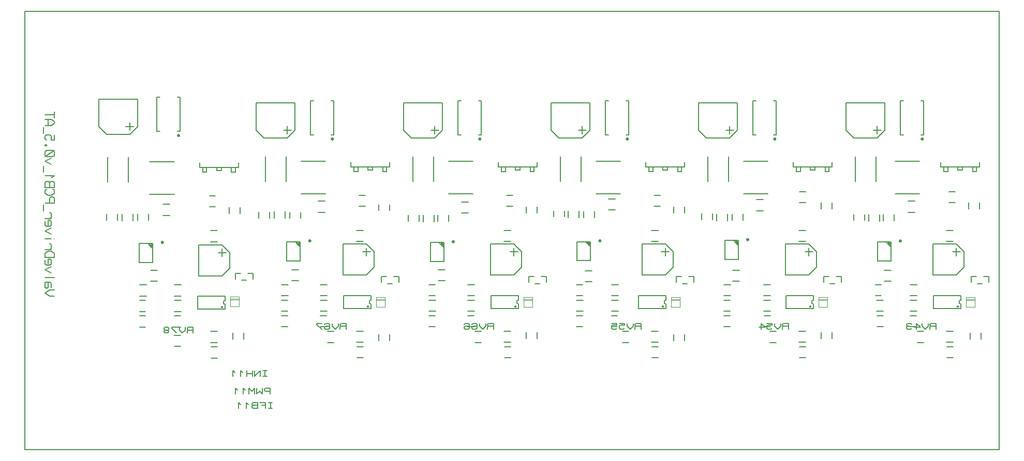
<source format=gbr>
G04 PROTEUS RS274X GERBER FILE*
%FSLAX45Y45*%
%MOMM*%
G01*
%ADD40C,0.203200*%
%ADD43C,0.250000*%
%ADD42C,0.200000*%
%ADD44C,0.101600*%
%ADD45C,0.100000*%
D40*
X-7429500Y-4254500D02*
X+8509000Y-4254500D01*
X+8509000Y+2921000D01*
X-7429500Y+2921000D01*
X-7429500Y-4254500D01*
X+8051800Y-1424940D02*
X+8140700Y-1424940D01*
X+8158480Y-1536700D02*
X+8229600Y-1536700D01*
X+8051800Y-1424940D02*
X+8051800Y-1516380D01*
X+8341360Y-1518920D02*
X+8341360Y-1424940D01*
X+8255000Y-1424940D01*
X+8191500Y+452120D02*
X+8191500Y+375920D01*
X+7556500Y+375920D01*
X+7556500Y+452120D01*
X+7912100Y+375920D02*
X+7912100Y+325120D01*
X+7835900Y+325120D01*
X+7835900Y+375920D01*
X+8140700Y+375920D02*
X+8140700Y+299720D01*
X+8077200Y+299720D01*
X+8077200Y+375920D01*
X+7607300Y+375920D02*
X+7607300Y+299720D01*
X+7670800Y+299720D01*
X+7670800Y+375920D02*
X+7670800Y+299720D01*
X+5638800Y-1424940D02*
X+5727700Y-1424940D01*
X+5745480Y-1536700D02*
X+5816600Y-1536700D01*
X+5638800Y-1424940D02*
X+5638800Y-1516380D01*
X+5928360Y-1518920D02*
X+5928360Y-1424940D01*
X+5842000Y-1424940D01*
X+5778500Y+452120D02*
X+5778500Y+375920D01*
X+5143500Y+375920D01*
X+5143500Y+452120D01*
X+5499100Y+375920D02*
X+5499100Y+325120D01*
X+5422900Y+325120D01*
X+5422900Y+375920D01*
X+5727700Y+375920D02*
X+5727700Y+299720D01*
X+5664200Y+299720D01*
X+5664200Y+375920D01*
X+5194300Y+375920D02*
X+5194300Y+299720D01*
X+5257800Y+299720D01*
X+5257800Y+375920D02*
X+5257800Y+299720D01*
X+3225800Y-1424940D02*
X+3314700Y-1424940D01*
X+3332480Y-1536700D02*
X+3403600Y-1536700D01*
X+3225800Y-1424940D02*
X+3225800Y-1516380D01*
X+3515360Y-1518920D02*
X+3515360Y-1424940D01*
X+3429000Y-1424940D01*
X+3365500Y+452120D02*
X+3365500Y+375920D01*
X+2730500Y+375920D01*
X+2730500Y+452120D01*
X+3086100Y+375920D02*
X+3086100Y+325120D01*
X+3009900Y+325120D01*
X+3009900Y+375920D01*
X+3314700Y+375920D02*
X+3314700Y+299720D01*
X+3251200Y+299720D01*
X+3251200Y+375920D01*
X+2781300Y+375920D02*
X+2781300Y+299720D01*
X+2844800Y+299720D01*
X+2844800Y+375920D02*
X+2844800Y+299720D01*
X+812800Y-1424940D02*
X+901700Y-1424940D01*
X+919480Y-1536700D02*
X+990600Y-1536700D01*
X+812800Y-1424940D02*
X+812800Y-1516380D01*
X+1102360Y-1518920D02*
X+1102360Y-1424940D01*
X+1016000Y-1424940D01*
X+952500Y+452120D02*
X+952500Y+375920D01*
X+317500Y+375920D01*
X+317500Y+452120D01*
X+673100Y+375920D02*
X+673100Y+325120D01*
X+596900Y+325120D01*
X+596900Y+375920D01*
X+901700Y+375920D02*
X+901700Y+299720D01*
X+838200Y+299720D01*
X+838200Y+375920D01*
X+368300Y+375920D02*
X+368300Y+299720D01*
X+431800Y+299720D01*
X+431800Y+375920D02*
X+431800Y+299720D01*
X-1600200Y-1424940D02*
X-1511300Y-1424940D01*
X-1493520Y-1536700D02*
X-1422400Y-1536700D01*
X-1600200Y-1424940D02*
X-1600200Y-1516380D01*
X-1310640Y-1518920D02*
X-1310640Y-1424940D01*
X-1397000Y-1424940D01*
X-1460500Y+452120D02*
X-1460500Y+375920D01*
X-2095500Y+375920D01*
X-2095500Y+452120D01*
X-1739900Y+375920D02*
X-1739900Y+325120D01*
X-1816100Y+325120D01*
X-1816100Y+375920D01*
X-1511300Y+375920D02*
X-1511300Y+299720D01*
X-1574800Y+299720D01*
X-1574800Y+375920D01*
X-2044700Y+375920D02*
X-2044700Y+299720D01*
X-1981200Y+299720D01*
X-1981200Y+375920D02*
X-1981200Y+299720D01*
D43*
X+7259100Y+834620D02*
X+7259057Y+835659D01*
X+7258705Y+837738D01*
X+7257968Y+839817D01*
X+7256764Y+841896D01*
X+7254923Y+843946D01*
X+7252844Y+845449D01*
X+7250765Y+846406D01*
X+7248686Y+846945D01*
X+7246607Y+847120D01*
X+7246600Y+847120D01*
X+7234100Y+834620D02*
X+7234143Y+835659D01*
X+7234495Y+837738D01*
X+7235232Y+839817D01*
X+7236436Y+841896D01*
X+7238277Y+843946D01*
X+7240356Y+845449D01*
X+7242435Y+846406D01*
X+7244514Y+846945D01*
X+7246593Y+847120D01*
X+7246600Y+847120D01*
X+7234100Y+834620D02*
X+7234143Y+833581D01*
X+7234495Y+831502D01*
X+7235232Y+829423D01*
X+7236436Y+827344D01*
X+7238277Y+825294D01*
X+7240356Y+823791D01*
X+7242435Y+822834D01*
X+7244514Y+822295D01*
X+7246593Y+822120D01*
X+7246600Y+822120D01*
X+7259100Y+834620D02*
X+7259057Y+833581D01*
X+7258705Y+831502D01*
X+7257968Y+829423D01*
X+7256764Y+827344D01*
X+7254923Y+825294D01*
X+7252844Y+823791D01*
X+7250765Y+822834D01*
X+7248686Y+822295D01*
X+7246607Y+822120D01*
X+7246600Y+822120D01*
D42*
X+7231600Y+899620D02*
X+7276600Y+899620D01*
X+7276600Y+1459620D01*
X+7231600Y+1459620D01*
X+6941600Y+899620D02*
X+6896600Y+899620D01*
X+6896600Y+1459620D01*
X+6941600Y+1459620D01*
D44*
X+7969100Y-1793340D02*
X+8109100Y-1793340D01*
X+7969100Y-1813340D02*
X+8109100Y-1813340D01*
X+7969100Y-1923340D02*
X+8109100Y-1923340D01*
X+8109100Y-1763340D01*
X+7969100Y-1763340D01*
X+7969100Y-1923340D01*
D43*
X+4846100Y+834620D02*
X+4846057Y+835659D01*
X+4845705Y+837738D01*
X+4844968Y+839817D01*
X+4843764Y+841896D01*
X+4841923Y+843946D01*
X+4839844Y+845449D01*
X+4837765Y+846406D01*
X+4835686Y+846945D01*
X+4833607Y+847120D01*
X+4833600Y+847120D01*
X+4821100Y+834620D02*
X+4821143Y+835659D01*
X+4821495Y+837738D01*
X+4822232Y+839817D01*
X+4823436Y+841896D01*
X+4825277Y+843946D01*
X+4827356Y+845449D01*
X+4829435Y+846406D01*
X+4831514Y+846945D01*
X+4833593Y+847120D01*
X+4833600Y+847120D01*
X+4821100Y+834620D02*
X+4821143Y+833581D01*
X+4821495Y+831502D01*
X+4822232Y+829423D01*
X+4823436Y+827344D01*
X+4825277Y+825294D01*
X+4827356Y+823791D01*
X+4829435Y+822834D01*
X+4831514Y+822295D01*
X+4833593Y+822120D01*
X+4833600Y+822120D01*
X+4846100Y+834620D02*
X+4846057Y+833581D01*
X+4845705Y+831502D01*
X+4844968Y+829423D01*
X+4843764Y+827344D01*
X+4841923Y+825294D01*
X+4839844Y+823791D01*
X+4837765Y+822834D01*
X+4835686Y+822295D01*
X+4833607Y+822120D01*
X+4833600Y+822120D01*
D42*
X+4818600Y+899620D02*
X+4863600Y+899620D01*
X+4863600Y+1459620D01*
X+4818600Y+1459620D01*
X+4528600Y+899620D02*
X+4483600Y+899620D01*
X+4483600Y+1459620D01*
X+4528600Y+1459620D01*
D44*
X+5556100Y-1793340D02*
X+5696100Y-1793340D01*
X+5556100Y-1813340D02*
X+5696100Y-1813340D01*
X+5556100Y-1923340D02*
X+5696100Y-1923340D01*
X+5696100Y-1763340D01*
X+5556100Y-1763340D01*
X+5556100Y-1923340D01*
D43*
X+2433100Y+834620D02*
X+2433057Y+835659D01*
X+2432705Y+837738D01*
X+2431968Y+839817D01*
X+2430764Y+841896D01*
X+2428923Y+843946D01*
X+2426844Y+845449D01*
X+2424765Y+846406D01*
X+2422686Y+846945D01*
X+2420607Y+847120D01*
X+2420600Y+847120D01*
X+2408100Y+834620D02*
X+2408143Y+835659D01*
X+2408495Y+837738D01*
X+2409232Y+839817D01*
X+2410436Y+841896D01*
X+2412277Y+843946D01*
X+2414356Y+845449D01*
X+2416435Y+846406D01*
X+2418514Y+846945D01*
X+2420593Y+847120D01*
X+2420600Y+847120D01*
X+2408100Y+834620D02*
X+2408143Y+833581D01*
X+2408495Y+831502D01*
X+2409232Y+829423D01*
X+2410436Y+827344D01*
X+2412277Y+825294D01*
X+2414356Y+823791D01*
X+2416435Y+822834D01*
X+2418514Y+822295D01*
X+2420593Y+822120D01*
X+2420600Y+822120D01*
X+2433100Y+834620D02*
X+2433057Y+833581D01*
X+2432705Y+831502D01*
X+2431968Y+829423D01*
X+2430764Y+827344D01*
X+2428923Y+825294D01*
X+2426844Y+823791D01*
X+2424765Y+822834D01*
X+2422686Y+822295D01*
X+2420607Y+822120D01*
X+2420600Y+822120D01*
D42*
X+2405600Y+899620D02*
X+2450600Y+899620D01*
X+2450600Y+1459620D01*
X+2405600Y+1459620D01*
X+2115600Y+899620D02*
X+2070600Y+899620D01*
X+2070600Y+1459620D01*
X+2115600Y+1459620D01*
D44*
X+3143100Y-1793340D02*
X+3283100Y-1793340D01*
X+3143100Y-1813340D02*
X+3283100Y-1813340D01*
X+3143100Y-1923340D02*
X+3283100Y-1923340D01*
X+3283100Y-1763340D01*
X+3143100Y-1763340D01*
X+3143100Y-1923340D01*
D43*
X+20100Y+834620D02*
X+20057Y+835659D01*
X+19705Y+837738D01*
X+18968Y+839817D01*
X+17764Y+841896D01*
X+15923Y+843946D01*
X+13844Y+845449D01*
X+11765Y+846406D01*
X+9686Y+846945D01*
X+7607Y+847120D01*
X+7600Y+847120D01*
X-4900Y+834620D02*
X-4857Y+835659D01*
X-4505Y+837738D01*
X-3768Y+839817D01*
X-2564Y+841896D01*
X-723Y+843946D01*
X+1356Y+845449D01*
X+3435Y+846406D01*
X+5514Y+846945D01*
X+7593Y+847120D01*
X+7600Y+847120D01*
X-4900Y+834620D02*
X-4857Y+833581D01*
X-4505Y+831502D01*
X-3768Y+829423D01*
X-2564Y+827344D01*
X-723Y+825294D01*
X+1356Y+823791D01*
X+3435Y+822834D01*
X+5514Y+822295D01*
X+7593Y+822120D01*
X+7600Y+822120D01*
X+20100Y+834620D02*
X+20057Y+833581D01*
X+19705Y+831502D01*
X+18968Y+829423D01*
X+17764Y+827344D01*
X+15923Y+825294D01*
X+13844Y+823791D01*
X+11765Y+822834D01*
X+9686Y+822295D01*
X+7607Y+822120D01*
X+7600Y+822120D01*
D42*
X-7400Y+899620D02*
X+37600Y+899620D01*
X+37600Y+1459620D01*
X-7400Y+1459620D01*
X-297400Y+899620D02*
X-342400Y+899620D01*
X-342400Y+1459620D01*
X-297400Y+1459620D01*
D44*
X+730100Y-1793340D02*
X+870100Y-1793340D01*
X+730100Y-1813340D02*
X+870100Y-1813340D01*
X+730100Y-1923340D02*
X+870100Y-1923340D01*
X+870100Y-1763340D01*
X+730100Y-1763340D01*
X+730100Y-1923340D01*
D43*
X-2392900Y+834620D02*
X-2392943Y+835659D01*
X-2393295Y+837738D01*
X-2394032Y+839817D01*
X-2395236Y+841896D01*
X-2397077Y+843946D01*
X-2399156Y+845449D01*
X-2401235Y+846406D01*
X-2403314Y+846945D01*
X-2405393Y+847120D01*
X-2405400Y+847120D01*
X-2417900Y+834620D02*
X-2417857Y+835659D01*
X-2417505Y+837738D01*
X-2416768Y+839817D01*
X-2415564Y+841896D01*
X-2413723Y+843946D01*
X-2411644Y+845449D01*
X-2409565Y+846406D01*
X-2407486Y+846945D01*
X-2405407Y+847120D01*
X-2405400Y+847120D01*
X-2417900Y+834620D02*
X-2417857Y+833581D01*
X-2417505Y+831502D01*
X-2416768Y+829423D01*
X-2415564Y+827344D01*
X-2413723Y+825294D01*
X-2411644Y+823791D01*
X-2409565Y+822834D01*
X-2407486Y+822295D01*
X-2405407Y+822120D01*
X-2405400Y+822120D01*
X-2392900Y+834620D02*
X-2392943Y+833581D01*
X-2393295Y+831502D01*
X-2394032Y+829423D01*
X-2395236Y+827344D01*
X-2397077Y+825294D01*
X-2399156Y+823791D01*
X-2401235Y+822834D01*
X-2403314Y+822295D01*
X-2405393Y+822120D01*
X-2405400Y+822120D01*
D42*
X-2420400Y+899620D02*
X-2375400Y+899620D01*
X-2375400Y+1459620D01*
X-2420400Y+1459620D01*
X-2710400Y+899620D02*
X-2755400Y+899620D01*
X-2755400Y+1459620D01*
X-2710400Y+1459620D01*
D44*
X-1682900Y-1793340D02*
X-1542900Y-1793340D01*
X-1682900Y-1813340D02*
X-1542900Y-1813340D01*
X-1682900Y-1923340D02*
X-1542900Y-1923340D01*
X-1542900Y-1763340D01*
X-1682900Y-1763340D01*
X-1682900Y-1923340D01*
D42*
X+6805600Y+463120D02*
X+7205600Y+463120D01*
X+6805600Y-66880D02*
X+7205600Y-66880D01*
X+4329100Y+463120D02*
X+4729100Y+463120D01*
X+4329100Y-66880D02*
X+4729100Y-66880D01*
X+1916100Y+463120D02*
X+2316100Y+463120D01*
X+1916100Y-66880D02*
X+2316100Y-66880D01*
X-496900Y+463120D02*
X-96900Y+463120D01*
X-496900Y-66880D02*
X-96900Y-66880D01*
X-2909900Y+463120D02*
X-2509900Y+463120D01*
X-2909900Y-66880D02*
X-2509900Y-66880D01*
D40*
X+6642100Y+978120D02*
X+6515100Y+851120D01*
X+6134100Y+851120D01*
X+6007100Y+978120D01*
X+6007100Y+1422620D01*
X+6642100Y+1422620D01*
X+6642100Y+978120D01*
X+6515100Y+914620D02*
X+6515100Y+1041620D01*
X+6578600Y+978120D02*
X+6451600Y+978120D01*
X+4229100Y+978120D02*
X+4102100Y+851120D01*
X+3721100Y+851120D01*
X+3594100Y+978120D01*
X+3594100Y+1422620D01*
X+4229100Y+1422620D01*
X+4229100Y+978120D01*
X+4102100Y+914620D02*
X+4102100Y+1041620D01*
X+4165600Y+978120D02*
X+4038600Y+978120D01*
X+1816100Y+978120D02*
X+1689100Y+851120D01*
X+1308100Y+851120D01*
X+1181100Y+978120D01*
X+1181100Y+1422620D01*
X+1816100Y+1422620D01*
X+1816100Y+978120D01*
X+1689100Y+914620D02*
X+1689100Y+1041620D01*
X+1752600Y+978120D02*
X+1625600Y+978120D01*
X-596900Y+978120D02*
X-723900Y+851120D01*
X-1104900Y+851120D01*
X-1231900Y+978120D01*
X-1231900Y+1422620D01*
X-596900Y+1422620D01*
X-596900Y+978120D01*
X-723900Y+914620D02*
X-723900Y+1041620D01*
X-660400Y+978120D02*
X-787400Y+978120D01*
X-3009900Y+978120D02*
X-3136900Y+851120D01*
X-3517900Y+851120D01*
X-3644900Y+978120D01*
X-3644900Y+1422620D01*
X-3009900Y+1422620D01*
X-3009900Y+978120D01*
X-3136900Y+914620D02*
X-3136900Y+1041620D01*
X-3073400Y+978120D02*
X-3200400Y+978120D01*
D43*
X+6902800Y-836900D02*
X+6902757Y-835861D01*
X+6902405Y-833782D01*
X+6901668Y-831703D01*
X+6900464Y-829624D01*
X+6898623Y-827574D01*
X+6896544Y-826071D01*
X+6894465Y-825114D01*
X+6892386Y-824575D01*
X+6890307Y-824400D01*
X+6890300Y-824400D01*
X+6877800Y-836900D02*
X+6877843Y-835861D01*
X+6878195Y-833782D01*
X+6878932Y-831703D01*
X+6880136Y-829624D01*
X+6881977Y-827574D01*
X+6884056Y-826071D01*
X+6886135Y-825114D01*
X+6888214Y-824575D01*
X+6890293Y-824400D01*
X+6890300Y-824400D01*
X+6877800Y-836900D02*
X+6877843Y-837939D01*
X+6878195Y-840018D01*
X+6878932Y-842097D01*
X+6880136Y-844176D01*
X+6881977Y-846226D01*
X+6884056Y-847729D01*
X+6886135Y-848686D01*
X+6888214Y-849225D01*
X+6890293Y-849400D01*
X+6890300Y-849400D01*
X+6902800Y-836900D02*
X+6902757Y-837939D01*
X+6902405Y-840018D01*
X+6901668Y-842097D01*
X+6900464Y-844176D01*
X+6898623Y-846226D01*
X+6896544Y-847729D01*
X+6894465Y-848686D01*
X+6892386Y-849225D01*
X+6890307Y-849400D01*
X+6890300Y-849400D01*
D42*
X+6740300Y-1166900D02*
X+6520300Y-1166900D01*
X+6520300Y-856900D01*
X+6740300Y-856900D01*
X+6740300Y-1166900D01*
D45*
X+6740300Y-866900D02*
X+6730300Y-856900D01*
X+6740300Y-876900D02*
X+6720300Y-856900D01*
X+6740300Y-886900D02*
X+6710300Y-856900D01*
X+6740300Y-896900D02*
X+6700300Y-856900D01*
X+6740300Y-906900D02*
X+6690300Y-856900D01*
X+6740300Y-916900D02*
X+6680300Y-856900D01*
X+6740300Y-926900D02*
X+6670300Y-856900D01*
X+6740300Y-936900D02*
X+6660300Y-856900D01*
X+6740300Y-946900D02*
X+6650300Y-856900D01*
D40*
X+7881620Y-1948180D02*
X+7881620Y-1867218D01*
X+7870999Y-1865136D01*
X+7862433Y-1859416D01*
X+7856714Y-1850851D01*
X+7854632Y-1840230D01*
X+7881620Y-1813242D02*
X+7870999Y-1815324D01*
X+7862433Y-1821044D01*
X+7856714Y-1829609D01*
X+7854632Y-1840230D01*
X+7881620Y-1813242D02*
X+7881620Y-1732280D01*
X+7434580Y-1871980D02*
X+7434580Y-1808480D01*
X+7848600Y-1948180D02*
X+7467600Y-1948180D01*
X+7848600Y-1732280D02*
X+7467600Y-1732280D01*
X+7848600Y-1948180D02*
X+7881620Y-1948180D01*
X+7881620Y-1732280D02*
X+7848600Y-1732280D01*
X+7434580Y-1808480D02*
X+7434580Y-1732280D01*
X+7467600Y-1732280D01*
X+7467600Y-1948180D02*
X+7434580Y-1948180D01*
X+7434580Y-1871980D01*
X+7842504Y-1912620D02*
X+7842469Y-1911775D01*
X+7842182Y-1910084D01*
X+7841583Y-1908393D01*
X+7840603Y-1906702D01*
X+7839103Y-1905034D01*
X+7837412Y-1903814D01*
X+7835721Y-1903038D01*
X+7834030Y-1902601D01*
X+7832344Y-1902460D01*
X+7822184Y-1912620D02*
X+7822219Y-1911775D01*
X+7822506Y-1910084D01*
X+7823105Y-1908393D01*
X+7824085Y-1906702D01*
X+7825585Y-1905034D01*
X+7827276Y-1903814D01*
X+7828967Y-1903038D01*
X+7830658Y-1902601D01*
X+7832344Y-1902460D01*
X+7822184Y-1912620D02*
X+7822219Y-1913465D01*
X+7822506Y-1915156D01*
X+7823105Y-1916847D01*
X+7824085Y-1918538D01*
X+7825585Y-1920206D01*
X+7827276Y-1921426D01*
X+7828967Y-1922202D01*
X+7830658Y-1922639D01*
X+7832344Y-1922780D01*
X+7842504Y-1912620D02*
X+7842469Y-1913465D01*
X+7842182Y-1915156D01*
X+7841583Y-1916847D01*
X+7840603Y-1918538D01*
X+7839103Y-1920206D01*
X+7837412Y-1921426D01*
X+7835721Y-1922202D01*
X+7834030Y-1922639D01*
X+7832344Y-1922780D01*
D43*
X+4405450Y-813350D02*
X+4405407Y-812311D01*
X+4405055Y-810232D01*
X+4404318Y-808153D01*
X+4403114Y-806074D01*
X+4401273Y-804024D01*
X+4399194Y-802521D01*
X+4397115Y-801564D01*
X+4395036Y-801025D01*
X+4392957Y-800850D01*
X+4392950Y-800850D01*
X+4380450Y-813350D02*
X+4380493Y-812311D01*
X+4380845Y-810232D01*
X+4381582Y-808153D01*
X+4382786Y-806074D01*
X+4384627Y-804024D01*
X+4386706Y-802521D01*
X+4388785Y-801564D01*
X+4390864Y-801025D01*
X+4392943Y-800850D01*
X+4392950Y-800850D01*
X+4380450Y-813350D02*
X+4380493Y-814389D01*
X+4380845Y-816468D01*
X+4381582Y-818547D01*
X+4382786Y-820626D01*
X+4384627Y-822676D01*
X+4386706Y-824179D01*
X+4388785Y-825136D01*
X+4390864Y-825675D01*
X+4392943Y-825850D01*
X+4392950Y-825850D01*
X+4405450Y-813350D02*
X+4405407Y-814389D01*
X+4405055Y-816468D01*
X+4404318Y-818547D01*
X+4403114Y-820626D01*
X+4401273Y-822676D01*
X+4399194Y-824179D01*
X+4397115Y-825136D01*
X+4395036Y-825675D01*
X+4392957Y-825850D01*
X+4392950Y-825850D01*
D42*
X+4242950Y-1143350D02*
X+4022950Y-1143350D01*
X+4022950Y-833350D01*
X+4242950Y-833350D01*
X+4242950Y-1143350D01*
D45*
X+4242950Y-843350D02*
X+4232950Y-833350D01*
X+4242950Y-853350D02*
X+4222950Y-833350D01*
X+4242950Y-863350D02*
X+4212950Y-833350D01*
X+4242950Y-873350D02*
X+4202950Y-833350D01*
X+4242950Y-883350D02*
X+4192950Y-833350D01*
X+4242950Y-893350D02*
X+4182950Y-833350D01*
X+4242950Y-903350D02*
X+4172950Y-833350D01*
X+4242950Y-913350D02*
X+4162950Y-833350D01*
X+4242950Y-923350D02*
X+4152950Y-833350D01*
D40*
X+5468620Y-1948180D02*
X+5468620Y-1867218D01*
X+5457999Y-1865136D01*
X+5449433Y-1859416D01*
X+5443714Y-1850851D01*
X+5441632Y-1840230D01*
X+5468620Y-1813242D02*
X+5457999Y-1815324D01*
X+5449433Y-1821044D01*
X+5443714Y-1829609D01*
X+5441632Y-1840230D01*
X+5468620Y-1813242D02*
X+5468620Y-1732280D01*
X+5021580Y-1871980D02*
X+5021580Y-1808480D01*
X+5435600Y-1948180D02*
X+5054600Y-1948180D01*
X+5435600Y-1732280D02*
X+5054600Y-1732280D01*
X+5435600Y-1948180D02*
X+5468620Y-1948180D01*
X+5468620Y-1732280D02*
X+5435600Y-1732280D01*
X+5021580Y-1808480D02*
X+5021580Y-1732280D01*
X+5054600Y-1732280D01*
X+5054600Y-1948180D02*
X+5021580Y-1948180D01*
X+5021580Y-1871980D01*
X+5429504Y-1912620D02*
X+5429469Y-1911775D01*
X+5429182Y-1910084D01*
X+5428583Y-1908393D01*
X+5427603Y-1906702D01*
X+5426103Y-1905034D01*
X+5424412Y-1903814D01*
X+5422721Y-1903038D01*
X+5421030Y-1902601D01*
X+5419344Y-1902460D01*
X+5409184Y-1912620D02*
X+5409219Y-1911775D01*
X+5409506Y-1910084D01*
X+5410105Y-1908393D01*
X+5411085Y-1906702D01*
X+5412585Y-1905034D01*
X+5414276Y-1903814D01*
X+5415967Y-1903038D01*
X+5417658Y-1902601D01*
X+5419344Y-1902460D01*
X+5409184Y-1912620D02*
X+5409219Y-1913465D01*
X+5409506Y-1915156D01*
X+5410105Y-1916847D01*
X+5411085Y-1918538D01*
X+5412585Y-1920206D01*
X+5414276Y-1921426D01*
X+5415967Y-1922202D01*
X+5417658Y-1922639D01*
X+5419344Y-1922780D01*
X+5429504Y-1912620D02*
X+5429469Y-1913465D01*
X+5429182Y-1915156D01*
X+5428583Y-1916847D01*
X+5427603Y-1918538D01*
X+5426103Y-1920206D01*
X+5424412Y-1921426D01*
X+5422721Y-1922202D01*
X+5421030Y-1922639D01*
X+5419344Y-1922780D01*
D43*
X+1986100Y-832400D02*
X+1986057Y-831361D01*
X+1985705Y-829282D01*
X+1984968Y-827203D01*
X+1983764Y-825124D01*
X+1981923Y-823074D01*
X+1979844Y-821571D01*
X+1977765Y-820614D01*
X+1975686Y-820075D01*
X+1973607Y-819900D01*
X+1973600Y-819900D01*
X+1961100Y-832400D02*
X+1961143Y-831361D01*
X+1961495Y-829282D01*
X+1962232Y-827203D01*
X+1963436Y-825124D01*
X+1965277Y-823074D01*
X+1967356Y-821571D01*
X+1969435Y-820614D01*
X+1971514Y-820075D01*
X+1973593Y-819900D01*
X+1973600Y-819900D01*
X+1961100Y-832400D02*
X+1961143Y-833439D01*
X+1961495Y-835518D01*
X+1962232Y-837597D01*
X+1963436Y-839676D01*
X+1965277Y-841726D01*
X+1967356Y-843229D01*
X+1969435Y-844186D01*
X+1971514Y-844725D01*
X+1973593Y-844900D01*
X+1973600Y-844900D01*
X+1986100Y-832400D02*
X+1986057Y-833439D01*
X+1985705Y-835518D01*
X+1984968Y-837597D01*
X+1983764Y-839676D01*
X+1981923Y-841726D01*
X+1979844Y-843229D01*
X+1977765Y-844186D01*
X+1975686Y-844725D01*
X+1973607Y-844900D01*
X+1973600Y-844900D01*
D42*
X+1823600Y-1162400D02*
X+1603600Y-1162400D01*
X+1603600Y-852400D01*
X+1823600Y-852400D01*
X+1823600Y-1162400D01*
D45*
X+1823600Y-862400D02*
X+1813600Y-852400D01*
X+1823600Y-872400D02*
X+1803600Y-852400D01*
X+1823600Y-882400D02*
X+1793600Y-852400D01*
X+1823600Y-892400D02*
X+1783600Y-852400D01*
X+1823600Y-902400D02*
X+1773600Y-852400D01*
X+1823600Y-912400D02*
X+1763600Y-852400D01*
X+1823600Y-922400D02*
X+1753600Y-852400D01*
X+1823600Y-932400D02*
X+1743600Y-852400D01*
X+1823600Y-942400D02*
X+1733600Y-852400D01*
D40*
X+3055620Y-1948180D02*
X+3055620Y-1867218D01*
X+3044999Y-1865136D01*
X+3036433Y-1859416D01*
X+3030714Y-1850851D01*
X+3028632Y-1840230D01*
X+3055620Y-1813242D02*
X+3044999Y-1815324D01*
X+3036433Y-1821044D01*
X+3030714Y-1829609D01*
X+3028632Y-1840230D01*
X+3055620Y-1813242D02*
X+3055620Y-1732280D01*
X+2608580Y-1871980D02*
X+2608580Y-1808480D01*
X+3022600Y-1948180D02*
X+2641600Y-1948180D01*
X+3022600Y-1732280D02*
X+2641600Y-1732280D01*
X+3022600Y-1948180D02*
X+3055620Y-1948180D01*
X+3055620Y-1732280D02*
X+3022600Y-1732280D01*
X+2608580Y-1808480D02*
X+2608580Y-1732280D01*
X+2641600Y-1732280D01*
X+2641600Y-1948180D02*
X+2608580Y-1948180D01*
X+2608580Y-1871980D01*
X+3016504Y-1912620D02*
X+3016469Y-1911775D01*
X+3016182Y-1910084D01*
X+3015583Y-1908393D01*
X+3014603Y-1906702D01*
X+3013103Y-1905034D01*
X+3011412Y-1903814D01*
X+3009721Y-1903038D01*
X+3008030Y-1902601D01*
X+3006344Y-1902460D01*
X+2996184Y-1912620D02*
X+2996219Y-1911775D01*
X+2996506Y-1910084D01*
X+2997105Y-1908393D01*
X+2998085Y-1906702D01*
X+2999585Y-1905034D01*
X+3001276Y-1903814D01*
X+3002967Y-1903038D01*
X+3004658Y-1902601D01*
X+3006344Y-1902460D01*
X+2996184Y-1912620D02*
X+2996219Y-1913465D01*
X+2996506Y-1915156D01*
X+2997105Y-1916847D01*
X+2998085Y-1918538D01*
X+2999585Y-1920206D01*
X+3001276Y-1921426D01*
X+3002967Y-1922202D01*
X+3004658Y-1922639D01*
X+3006344Y-1922780D01*
X+3016504Y-1912620D02*
X+3016469Y-1913465D01*
X+3016182Y-1915156D01*
X+3015583Y-1916847D01*
X+3014603Y-1918538D01*
X+3013103Y-1920206D01*
X+3011412Y-1921426D01*
X+3009721Y-1922202D01*
X+3008030Y-1922639D01*
X+3006344Y-1922780D01*
D43*
X-412400Y-846600D02*
X-412443Y-845561D01*
X-412795Y-843482D01*
X-413532Y-841403D01*
X-414736Y-839324D01*
X-416577Y-837274D01*
X-418656Y-835771D01*
X-420735Y-834814D01*
X-422814Y-834275D01*
X-424893Y-834100D01*
X-424900Y-834100D01*
X-437400Y-846600D02*
X-437357Y-845561D01*
X-437005Y-843482D01*
X-436268Y-841403D01*
X-435064Y-839324D01*
X-433223Y-837274D01*
X-431144Y-835771D01*
X-429065Y-834814D01*
X-426986Y-834275D01*
X-424907Y-834100D01*
X-424900Y-834100D01*
X-437400Y-846600D02*
X-437357Y-847639D01*
X-437005Y-849718D01*
X-436268Y-851797D01*
X-435064Y-853876D01*
X-433223Y-855926D01*
X-431144Y-857429D01*
X-429065Y-858386D01*
X-426986Y-858925D01*
X-424907Y-859100D01*
X-424900Y-859100D01*
X-412400Y-846600D02*
X-412443Y-847639D01*
X-412795Y-849718D01*
X-413532Y-851797D01*
X-414736Y-853876D01*
X-416577Y-855926D01*
X-418656Y-857429D01*
X-420735Y-858386D01*
X-422814Y-858925D01*
X-424893Y-859100D01*
X-424900Y-859100D01*
D42*
X-574900Y-1176600D02*
X-794900Y-1176600D01*
X-794900Y-866600D01*
X-574900Y-866600D01*
X-574900Y-1176600D01*
D45*
X-574900Y-876600D02*
X-584900Y-866600D01*
X-574900Y-886600D02*
X-594900Y-866600D01*
X-574900Y-896600D02*
X-604900Y-866600D01*
X-574900Y-906600D02*
X-614900Y-866600D01*
X-574900Y-916600D02*
X-624900Y-866600D01*
X-574900Y-926600D02*
X-634900Y-866600D01*
X-574900Y-936600D02*
X-644900Y-866600D01*
X-574900Y-946600D02*
X-654900Y-866600D01*
X-574900Y-956600D02*
X-664900Y-866600D01*
D40*
X+642620Y-1948180D02*
X+642620Y-1867218D01*
X+631999Y-1865136D01*
X+623433Y-1859416D01*
X+617714Y-1850851D01*
X+615632Y-1840230D01*
X+642620Y-1813242D02*
X+631999Y-1815324D01*
X+623433Y-1821044D01*
X+617714Y-1829609D01*
X+615632Y-1840230D01*
X+642620Y-1813242D02*
X+642620Y-1732280D01*
X+195580Y-1871980D02*
X+195580Y-1808480D01*
X+609600Y-1948180D02*
X+228600Y-1948180D01*
X+609600Y-1732280D02*
X+228600Y-1732280D01*
X+609600Y-1948180D02*
X+642620Y-1948180D01*
X+642620Y-1732280D02*
X+609600Y-1732280D01*
X+195580Y-1808480D02*
X+195580Y-1732280D01*
X+228600Y-1732280D01*
X+228600Y-1948180D02*
X+195580Y-1948180D01*
X+195580Y-1871980D01*
X+603504Y-1912620D02*
X+603469Y-1911775D01*
X+603182Y-1910084D01*
X+602583Y-1908393D01*
X+601603Y-1906702D01*
X+600103Y-1905034D01*
X+598412Y-1903814D01*
X+596721Y-1903038D01*
X+595030Y-1902601D01*
X+593344Y-1902460D01*
X+583184Y-1912620D02*
X+583219Y-1911775D01*
X+583506Y-1910084D01*
X+584105Y-1908393D01*
X+585085Y-1906702D01*
X+586585Y-1905034D01*
X+588276Y-1903814D01*
X+589967Y-1903038D01*
X+591658Y-1902601D01*
X+593344Y-1902460D01*
X+583184Y-1912620D02*
X+583219Y-1913465D01*
X+583506Y-1915156D01*
X+584105Y-1916847D01*
X+585085Y-1918538D01*
X+586585Y-1920206D01*
X+588276Y-1921426D01*
X+589967Y-1922202D01*
X+591658Y-1922639D01*
X+593344Y-1922780D01*
X+603504Y-1912620D02*
X+603469Y-1913465D01*
X+603182Y-1915156D01*
X+602583Y-1916847D01*
X+601603Y-1918538D01*
X+600103Y-1920206D01*
X+598412Y-1921426D01*
X+596721Y-1922202D01*
X+595030Y-1922639D01*
X+593344Y-1922780D01*
D43*
X-2761900Y-833900D02*
X-2761943Y-832861D01*
X-2762295Y-830782D01*
X-2763032Y-828703D01*
X-2764236Y-826624D01*
X-2766077Y-824574D01*
X-2768156Y-823071D01*
X-2770235Y-822114D01*
X-2772314Y-821575D01*
X-2774393Y-821400D01*
X-2774400Y-821400D01*
X-2786900Y-833900D02*
X-2786857Y-832861D01*
X-2786505Y-830782D01*
X-2785768Y-828703D01*
X-2784564Y-826624D01*
X-2782723Y-824574D01*
X-2780644Y-823071D01*
X-2778565Y-822114D01*
X-2776486Y-821575D01*
X-2774407Y-821400D01*
X-2774400Y-821400D01*
X-2786900Y-833900D02*
X-2786857Y-834939D01*
X-2786505Y-837018D01*
X-2785768Y-839097D01*
X-2784564Y-841176D01*
X-2782723Y-843226D01*
X-2780644Y-844729D01*
X-2778565Y-845686D01*
X-2776486Y-846225D01*
X-2774407Y-846400D01*
X-2774400Y-846400D01*
X-2761900Y-833900D02*
X-2761943Y-834939D01*
X-2762295Y-837018D01*
X-2763032Y-839097D01*
X-2764236Y-841176D01*
X-2766077Y-843226D01*
X-2768156Y-844729D01*
X-2770235Y-845686D01*
X-2772314Y-846225D01*
X-2774393Y-846400D01*
X-2774400Y-846400D01*
D42*
X-2924400Y-1163900D02*
X-3144400Y-1163900D01*
X-3144400Y-853900D01*
X-2924400Y-853900D01*
X-2924400Y-1163900D01*
D45*
X-2924400Y-863900D02*
X-2934400Y-853900D01*
X-2924400Y-873900D02*
X-2944400Y-853900D01*
X-2924400Y-883900D02*
X-2954400Y-853900D01*
X-2924400Y-893900D02*
X-2964400Y-853900D01*
X-2924400Y-903900D02*
X-2974400Y-853900D01*
X-2924400Y-913900D02*
X-2984400Y-853900D01*
X-2924400Y-923900D02*
X-2994400Y-853900D01*
X-2924400Y-933900D02*
X-3004400Y-853900D01*
X-2924400Y-943900D02*
X-3014400Y-853900D01*
D40*
X-1770380Y-1948180D02*
X-1770380Y-1867218D01*
X-1781001Y-1865136D01*
X-1789567Y-1859416D01*
X-1795286Y-1850851D01*
X-1797368Y-1840230D01*
X-1770380Y-1813242D02*
X-1781001Y-1815324D01*
X-1789567Y-1821044D01*
X-1795286Y-1829609D01*
X-1797368Y-1840230D01*
X-1770380Y-1813242D02*
X-1770380Y-1732280D01*
X-2217420Y-1871980D02*
X-2217420Y-1808480D01*
X-1803400Y-1948180D02*
X-2184400Y-1948180D01*
X-1803400Y-1732280D02*
X-2184400Y-1732280D01*
X-1803400Y-1948180D02*
X-1770380Y-1948180D01*
X-1770380Y-1732280D02*
X-1803400Y-1732280D01*
X-2217420Y-1808480D02*
X-2217420Y-1732280D01*
X-2184400Y-1732280D01*
X-2184400Y-1948180D02*
X-2217420Y-1948180D01*
X-2217420Y-1871980D01*
X-1809496Y-1912620D02*
X-1809531Y-1911775D01*
X-1809818Y-1910084D01*
X-1810417Y-1908393D01*
X-1811397Y-1906702D01*
X-1812897Y-1905034D01*
X-1814588Y-1903814D01*
X-1816279Y-1903038D01*
X-1817970Y-1902601D01*
X-1819656Y-1902460D01*
X-1829816Y-1912620D02*
X-1829781Y-1911775D01*
X-1829494Y-1910084D01*
X-1828895Y-1908393D01*
X-1827915Y-1906702D01*
X-1826415Y-1905034D01*
X-1824724Y-1903814D01*
X-1823033Y-1903038D01*
X-1821342Y-1902601D01*
X-1819656Y-1902460D01*
X-1829816Y-1912620D02*
X-1829781Y-1913465D01*
X-1829494Y-1915156D01*
X-1828895Y-1916847D01*
X-1827915Y-1918538D01*
X-1826415Y-1920206D01*
X-1824724Y-1921426D01*
X-1823033Y-1922202D01*
X-1821342Y-1922639D01*
X-1819656Y-1922780D01*
X-1809496Y-1912620D02*
X-1809531Y-1913465D01*
X-1809818Y-1915156D01*
X-1810417Y-1916847D01*
X-1811397Y-1918538D01*
X-1812897Y-1920206D01*
X-1814588Y-1921426D01*
X-1816279Y-1922202D01*
X-1817970Y-1922639D01*
X-1819656Y-1922780D01*
D42*
X-3157400Y+542620D02*
X-3157400Y+132620D01*
X-3497400Y+542620D02*
X-3497400Y+132620D01*
X+6494600Y+542620D02*
X+6494600Y+132620D01*
X+6154600Y+542620D02*
X+6154600Y+132620D01*
X+1668600Y+542620D02*
X+1668600Y+132620D01*
X+1328600Y+542620D02*
X+1328600Y+132620D01*
X+4081600Y+542620D02*
X+4081600Y+132620D01*
X+3741600Y+542620D02*
X+3741600Y+132620D01*
X-744400Y+542620D02*
X-744400Y+132620D01*
X-1084400Y+542620D02*
X-1084400Y+132620D01*
D40*
X+7810500Y-889000D02*
X+7937500Y-1016000D01*
X+7937500Y-1270000D01*
X+7810500Y-1397000D01*
X+7429500Y-1397000D01*
X+7429500Y-889000D01*
X+7810500Y-889000D01*
X+7874000Y-1016000D02*
X+7747000Y-1016000D01*
X+7810500Y-952500D02*
X+7810500Y-1079500D01*
D42*
X+7753600Y-844380D02*
X+7643600Y-844380D01*
X+7753600Y-664380D02*
X+7643600Y-664380D01*
D40*
X+5397500Y-889000D02*
X+5524500Y-1016000D01*
X+5524500Y-1270000D01*
X+5397500Y-1397000D01*
X+5016500Y-1397000D01*
X+5016500Y-889000D01*
X+5397500Y-889000D01*
X+5461000Y-1016000D02*
X+5334000Y-1016000D01*
X+5397500Y-952500D02*
X+5397500Y-1079500D01*
D42*
X+5340600Y-844380D02*
X+5230600Y-844380D01*
X+5340600Y-664380D02*
X+5230600Y-664380D01*
D40*
X+3048000Y-889000D02*
X+3175000Y-1016000D01*
X+3175000Y-1270000D01*
X+3048000Y-1397000D01*
X+2667000Y-1397000D01*
X+2667000Y-889000D01*
X+3048000Y-889000D01*
X+3111500Y-1016000D02*
X+2984500Y-1016000D01*
X+3048000Y-952500D02*
X+3048000Y-1079500D01*
D42*
X+2927600Y-844380D02*
X+2817600Y-844380D01*
X+2927600Y-664380D02*
X+2817600Y-664380D01*
D40*
X+571500Y-889000D02*
X+698500Y-1016000D01*
X+698500Y-1270000D01*
X+571500Y-1397000D01*
X+190500Y-1397000D01*
X+190500Y-889000D01*
X+571500Y-889000D01*
X+635000Y-1016000D02*
X+508000Y-1016000D01*
X+571500Y-952500D02*
X+571500Y-1079500D01*
D42*
X+514600Y-844380D02*
X+404600Y-844380D01*
X+514600Y-664380D02*
X+404600Y-664380D01*
D40*
X-1841500Y-889000D02*
X-1714500Y-1016000D01*
X-1714500Y-1270000D01*
X-1841500Y-1397000D01*
X-2222500Y-1397000D01*
X-2222500Y-889000D01*
X-1841500Y-889000D01*
X-1778000Y-1016000D02*
X-1905000Y-1016000D01*
X-1841500Y-952500D02*
X-1841500Y-1079500D01*
D42*
X-1898400Y-844380D02*
X-2008400Y-844380D01*
X-1898400Y-664380D02*
X-2008400Y-664380D01*
X+6610600Y-2241380D02*
X+6510600Y-2241380D01*
X+6610600Y-2061380D02*
X+6510600Y-2061380D01*
X+6583100Y-1733380D02*
X+6483100Y-1733380D01*
X+6583100Y-1553380D02*
X+6483100Y-1553380D01*
X+6615600Y-504880D02*
X+6615600Y-404880D01*
X+6795600Y-504880D02*
X+6795600Y-404880D01*
X+6133000Y-501900D02*
X+6133000Y-401900D01*
X+6313000Y-501900D02*
X+6313000Y-401900D01*
X+7154600Y-2241380D02*
X+7054600Y-2241380D01*
X+7154600Y-2061380D02*
X+7054600Y-2061380D01*
X+8218000Y-2345000D02*
X+8218000Y-2445000D01*
X+8038000Y-2345000D02*
X+8038000Y-2445000D01*
X+7753600Y-2495380D02*
X+7643600Y-2495380D01*
X+7753600Y-2315380D02*
X+7643600Y-2315380D01*
X+7126500Y-369400D02*
X+7016500Y-369400D01*
X+7126500Y-189400D02*
X+7016500Y-189400D01*
X+8192600Y-214380D02*
X+8192600Y-314380D01*
X+8012600Y-214380D02*
X+8012600Y-314380D01*
X+7689600Y-29380D02*
X+7789600Y-29380D01*
X+7689600Y-209380D02*
X+7789600Y-209380D01*
X+7753600Y-2749380D02*
X+7653600Y-2749380D01*
X+7753600Y-2569380D02*
X+7653600Y-2569380D01*
X+6554300Y-404880D02*
X+6554300Y-514880D01*
X+6374300Y-404880D02*
X+6374300Y-514880D01*
X+6737600Y-1499700D02*
X+6627600Y-1499700D01*
X+6737600Y-1319700D02*
X+6627600Y-1319700D01*
X+7164600Y-1733380D02*
X+7054600Y-1733380D01*
X+7164600Y-1553380D02*
X+7054600Y-1553380D01*
X+7164600Y-1987380D02*
X+7054600Y-1987380D01*
X+7164600Y-1807380D02*
X+7054600Y-1807380D01*
X+6610600Y-1987380D02*
X+6500600Y-1987380D01*
X+6610600Y-1807380D02*
X+6500600Y-1807380D01*
X+4769100Y-1987380D02*
X+4659100Y-1987380D01*
X+4769100Y-1807380D02*
X+4659100Y-1807380D01*
X+4256300Y-1499700D02*
X+4146300Y-1499700D01*
X+4256300Y-1319700D02*
X+4146300Y-1319700D01*
X+4116600Y-1733380D02*
X+4006600Y-1733380D01*
X+4116600Y-1553380D02*
X+4006600Y-1553380D01*
X+4065100Y-399800D02*
X+4065100Y-509800D01*
X+3885100Y-399800D02*
X+3885100Y-509800D01*
X+4769100Y-1733380D02*
X+4659100Y-1733380D01*
X+4769100Y-1553380D02*
X+4659100Y-1553380D01*
X+5340600Y-2495380D02*
X+5230600Y-2495380D01*
X+5340600Y-2315380D02*
X+5230600Y-2315380D01*
X+5340600Y-2749380D02*
X+5240600Y-2749380D01*
X+5340600Y-2569380D02*
X+5240600Y-2569380D01*
X+5779600Y-2337380D02*
X+5779600Y-2437380D01*
X+5599600Y-2337380D02*
X+5599600Y-2437380D01*
X+5779600Y-214380D02*
X+5779600Y-314380D01*
X+5599600Y-214380D02*
X+5599600Y-314380D01*
X+5240600Y-29380D02*
X+5340600Y-29380D01*
X+5240600Y-209380D02*
X+5340600Y-209380D01*
X+2927600Y-2749380D02*
X+2827600Y-2749380D01*
X+2927600Y-2569380D02*
X+2827600Y-2569380D01*
X+3366600Y-2373380D02*
X+3366600Y-2473380D01*
X+3186600Y-2373380D02*
X+3186600Y-2473380D01*
X+3366600Y-277880D02*
X+3366600Y-377880D01*
X+3186600Y-277880D02*
X+3186600Y-377880D01*
X+2863600Y-92880D02*
X+2963600Y-92880D01*
X+2863600Y-272880D02*
X+2963600Y-272880D01*
X+4139100Y-499800D02*
X+4139100Y-399800D01*
X+4319100Y-499800D02*
X+4319100Y-399800D01*
X+3643800Y-487100D02*
X+3643800Y-387100D01*
X+3823800Y-487100D02*
X+3823800Y-387100D01*
X+4650000Y-344000D02*
X+4540000Y-344000D01*
X+4650000Y-164000D02*
X+4540000Y-164000D01*
X+4106600Y-2241380D02*
X+4006600Y-2241380D01*
X+4106600Y-2061380D02*
X+4006600Y-2061380D01*
X+4106600Y-1987380D02*
X+4006600Y-1987380D01*
X+4106600Y-1807380D02*
X+4006600Y-1807380D01*
X+4769100Y-2241380D02*
X+4669100Y-2241380D01*
X+4769100Y-2061380D02*
X+4669100Y-2061380D01*
X+2927600Y-2495380D02*
X+2817600Y-2495380D01*
X+2927600Y-2315380D02*
X+2817600Y-2315380D01*
X+1218100Y-443480D02*
X+1218100Y-343480D01*
X+1398100Y-443480D02*
X+1398100Y-343480D01*
X+1708600Y-456180D02*
X+1708600Y-356180D01*
X+1888600Y-456180D02*
X+1888600Y-356180D01*
X-674200Y-517580D02*
X-674200Y-417580D01*
X-494200Y-517580D02*
X-494200Y-417580D01*
X-1156800Y-517580D02*
X-1156800Y-417580D01*
X-976800Y-517580D02*
X-976800Y-417580D01*
X+1639400Y-346180D02*
X+1639400Y-456180D01*
X+1459400Y-346180D02*
X+1459400Y-456180D01*
X-734450Y-418630D02*
X-734450Y-528630D01*
X-914450Y-418630D02*
X-914450Y-528630D01*
X+1843300Y-1504780D02*
X+1733300Y-1504780D01*
X+1843300Y-1324780D02*
X+1733300Y-1324780D01*
X-557000Y-1492080D02*
X-667000Y-1492080D01*
X-557000Y-1312080D02*
X-667000Y-1312080D01*
X+2231920Y-331300D02*
X+2121920Y-331300D01*
X+2231920Y-151300D02*
X+2121920Y-151300D01*
X-176280Y-382100D02*
X-286280Y-382100D01*
X-176280Y-202100D02*
X-286280Y-202100D01*
X-3099900Y-468880D02*
X-3099900Y-368880D01*
X-2919900Y-468880D02*
X-2919900Y-368880D01*
X-3607900Y-463800D02*
X-3607900Y-363800D01*
X-3427900Y-463800D02*
X-3427900Y-363800D01*
X-2525500Y-369400D02*
X-2635500Y-369400D01*
X-2525500Y-189400D02*
X-2635500Y-189400D01*
X-3173900Y-358880D02*
X-3173900Y-468880D01*
X-3353900Y-358880D02*
X-3353900Y-468880D01*
X-2952500Y-1492080D02*
X-3062500Y-1492080D01*
X-2952500Y-1312080D02*
X-3062500Y-1312080D01*
X+1693600Y-2241380D02*
X+1593600Y-2241380D01*
X+1693600Y-2061380D02*
X+1593600Y-2061380D01*
X+1693600Y-1733380D02*
X+1593600Y-1733380D01*
X+1693600Y-1553380D02*
X+1593600Y-1553380D01*
X+2265100Y-2241380D02*
X+2165100Y-2241380D01*
X+2265100Y-2061380D02*
X+2165100Y-2061380D01*
X+2275100Y-1987380D02*
X+2165100Y-1987380D01*
X+2275100Y-1807380D02*
X+2165100Y-1807380D01*
X+1703600Y-1987380D02*
X+1593600Y-1987380D01*
X+1703600Y-1807380D02*
X+1593600Y-1807380D01*
X+2275100Y-1733380D02*
X+2165100Y-1733380D01*
X+2275100Y-1553380D02*
X+2165100Y-1553380D01*
X+514600Y-2495380D02*
X+404600Y-2495380D01*
X+514600Y-2315380D02*
X+404600Y-2315380D01*
X+953600Y-2337380D02*
X+953600Y-2437380D01*
X+773600Y-2337380D02*
X+773600Y-2437380D01*
X+514600Y-2749380D02*
X+414600Y-2749380D01*
X+514600Y-2569380D02*
X+414600Y-2569380D01*
X+953600Y-277880D02*
X+953600Y-377880D01*
X+773600Y-277880D02*
X+773600Y-377880D01*
X+450600Y-92880D02*
X+550600Y-92880D01*
X+450600Y-272880D02*
X+550600Y-272880D01*
X-84400Y-2241380D02*
X-184400Y-2241380D01*
X-84400Y-2061380D02*
X-184400Y-2061380D01*
X-719400Y-2241380D02*
X-819400Y-2241380D01*
X-719400Y-2061380D02*
X-819400Y-2061380D01*
X-719400Y-1733380D02*
X-819400Y-1733380D01*
X-719400Y-1553380D02*
X-819400Y-1553380D01*
X-74400Y-1987380D02*
X-184400Y-1987380D01*
X-74400Y-1807380D02*
X-184400Y-1807380D01*
X-709400Y-1987380D02*
X-819400Y-1987380D01*
X-709400Y-1807380D02*
X-819400Y-1807380D01*
X-74400Y-1733380D02*
X-184400Y-1733380D01*
X-74400Y-1553380D02*
X-184400Y-1553380D01*
X-2487400Y-1987380D02*
X-2597400Y-1987380D01*
X-2487400Y-1807380D02*
X-2597400Y-1807380D01*
X-3122400Y-1733380D02*
X-3232400Y-1733380D01*
X-3122400Y-1553380D02*
X-3232400Y-1553380D01*
X-2487400Y-1733380D02*
X-2597400Y-1733380D01*
X-2487400Y-1553380D02*
X-2597400Y-1553380D01*
X-1898400Y-2495380D02*
X-2008400Y-2495380D01*
X-1898400Y-2315380D02*
X-2008400Y-2315380D01*
X-3132400Y-2241380D02*
X-3232400Y-2241380D01*
X-3132400Y-2061380D02*
X-3232400Y-2061380D01*
X-3132400Y-1987380D02*
X-3232400Y-1987380D01*
X-3132400Y-1807380D02*
X-3232400Y-1807380D01*
X-2497400Y-2241380D02*
X-2597400Y-2241380D01*
X-2497400Y-2061380D02*
X-2597400Y-2061380D01*
X-1459400Y-2373380D02*
X-1459400Y-2473380D01*
X-1639400Y-2373380D02*
X-1639400Y-2473380D01*
X-1459400Y-241880D02*
X-1459400Y-341880D01*
X-1639400Y-241880D02*
X-1639400Y-341880D01*
X-1962400Y-92880D02*
X-1862400Y-92880D01*
X-1962400Y-272880D02*
X-1862400Y-272880D01*
X-1898400Y-2749380D02*
X-1998400Y-2749380D01*
X-1898400Y-2569380D02*
X-1998400Y-2569380D01*
D40*
X-3937000Y+444500D02*
X-3937000Y+368300D01*
X-4572000Y+368300D01*
X-4572000Y+444500D01*
X-4216400Y+368300D02*
X-4216400Y+317500D01*
X-4292600Y+317500D01*
X-4292600Y+368300D01*
X-3987800Y+368300D02*
X-3987800Y+292100D01*
X-4051300Y+292100D01*
X-4051300Y+368300D01*
X-4521200Y+368300D02*
X-4521200Y+292100D01*
X-4457700Y+292100D01*
X-4457700Y+368300D02*
X-4457700Y+292100D01*
D42*
X-5735500Y+535000D02*
X-5735500Y+125000D01*
X-6075500Y+535000D02*
X-6075500Y+125000D01*
D43*
X-5174900Y-859300D02*
X-5174943Y-858261D01*
X-5175295Y-856182D01*
X-5176032Y-854103D01*
X-5177236Y-852024D01*
X-5179077Y-849974D01*
X-5181156Y-848471D01*
X-5183235Y-847514D01*
X-5185314Y-846975D01*
X-5187393Y-846800D01*
X-5187400Y-846800D01*
X-5199900Y-859300D02*
X-5199857Y-858261D01*
X-5199505Y-856182D01*
X-5198768Y-854103D01*
X-5197564Y-852024D01*
X-5195723Y-849974D01*
X-5193644Y-848471D01*
X-5191565Y-847514D01*
X-5189486Y-846975D01*
X-5187407Y-846800D01*
X-5187400Y-846800D01*
X-5199900Y-859300D02*
X-5199857Y-860339D01*
X-5199505Y-862418D01*
X-5198768Y-864497D01*
X-5197564Y-866576D01*
X-5195723Y-868626D01*
X-5193644Y-870129D01*
X-5191565Y-871086D01*
X-5189486Y-871625D01*
X-5187407Y-871800D01*
X-5187400Y-871800D01*
X-5174900Y-859300D02*
X-5174943Y-860339D01*
X-5175295Y-862418D01*
X-5176032Y-864497D01*
X-5177236Y-866576D01*
X-5179077Y-868626D01*
X-5181156Y-870129D01*
X-5183235Y-871086D01*
X-5185314Y-871625D01*
X-5187393Y-871800D01*
X-5187400Y-871800D01*
D42*
X-5337400Y-1189300D02*
X-5557400Y-1189300D01*
X-5557400Y-879300D01*
X-5337400Y-879300D01*
X-5337400Y-1189300D01*
D45*
X-5337400Y-889300D02*
X-5347400Y-879300D01*
X-5337400Y-899300D02*
X-5357400Y-879300D01*
X-5337400Y-909300D02*
X-5367400Y-879300D01*
X-5337400Y-919300D02*
X-5377400Y-879300D01*
X-5337400Y-929300D02*
X-5387400Y-879300D01*
X-5337400Y-939300D02*
X-5397400Y-879300D01*
X-5337400Y-949300D02*
X-5407400Y-879300D01*
X-5337400Y-959300D02*
X-5417400Y-879300D01*
X-5337400Y-969300D02*
X-5427400Y-879300D01*
D40*
X-4157980Y-1955800D02*
X-4157980Y-1874838D01*
X-4168601Y-1872756D01*
X-4177167Y-1867036D01*
X-4182886Y-1858471D01*
X-4184968Y-1847850D01*
X-4157980Y-1820862D02*
X-4168601Y-1822944D01*
X-4177167Y-1828664D01*
X-4182886Y-1837229D01*
X-4184968Y-1847850D01*
X-4157980Y-1820862D02*
X-4157980Y-1739900D01*
X-4605020Y-1879600D02*
X-4605020Y-1816100D01*
X-4191000Y-1955800D02*
X-4572000Y-1955800D01*
X-4191000Y-1739900D02*
X-4572000Y-1739900D01*
X-4191000Y-1955800D02*
X-4157980Y-1955800D01*
X-4157980Y-1739900D02*
X-4191000Y-1739900D01*
X-4605020Y-1816100D02*
X-4605020Y-1739900D01*
X-4572000Y-1739900D01*
X-4572000Y-1955800D02*
X-4605020Y-1955800D01*
X-4605020Y-1879600D01*
X-4197096Y-1920240D02*
X-4197131Y-1919395D01*
X-4197418Y-1917704D01*
X-4198017Y-1916013D01*
X-4198997Y-1914322D01*
X-4200497Y-1912654D01*
X-4202188Y-1911434D01*
X-4203879Y-1910658D01*
X-4205570Y-1910221D01*
X-4207256Y-1910080D01*
X-4217416Y-1920240D02*
X-4217381Y-1919395D01*
X-4217094Y-1917704D01*
X-4216495Y-1916013D01*
X-4215515Y-1914322D01*
X-4214015Y-1912654D01*
X-4212324Y-1911434D01*
X-4210633Y-1910658D01*
X-4208942Y-1910221D01*
X-4207256Y-1910080D01*
X-4217416Y-1920240D02*
X-4217381Y-1921085D01*
X-4217094Y-1922776D01*
X-4216495Y-1924467D01*
X-4215515Y-1926158D01*
X-4214015Y-1927826D01*
X-4212324Y-1929046D01*
X-4210633Y-1929822D01*
X-4208942Y-1930259D01*
X-4207256Y-1930400D01*
X-4197096Y-1920240D02*
X-4197131Y-1921085D01*
X-4197418Y-1922776D01*
X-4198017Y-1924467D01*
X-4198997Y-1926158D01*
X-4200497Y-1927826D01*
X-4202188Y-1929046D01*
X-4203879Y-1929822D01*
X-4205570Y-1930259D01*
X-4207256Y-1930400D01*
D43*
X-4907500Y+890500D02*
X-4907543Y+891539D01*
X-4907895Y+893618D01*
X-4908632Y+895697D01*
X-4909836Y+897776D01*
X-4911677Y+899826D01*
X-4913756Y+901329D01*
X-4915835Y+902286D01*
X-4917914Y+902825D01*
X-4919993Y+903000D01*
X-4920000Y+903000D01*
X-4932500Y+890500D02*
X-4932457Y+891539D01*
X-4932105Y+893618D01*
X-4931368Y+895697D01*
X-4930164Y+897776D01*
X-4928323Y+899826D01*
X-4926244Y+901329D01*
X-4924165Y+902286D01*
X-4922086Y+902825D01*
X-4920007Y+903000D01*
X-4920000Y+903000D01*
X-4932500Y+890500D02*
X-4932457Y+889461D01*
X-4932105Y+887382D01*
X-4931368Y+885303D01*
X-4930164Y+883224D01*
X-4928323Y+881174D01*
X-4926244Y+879671D01*
X-4924165Y+878714D01*
X-4922086Y+878175D01*
X-4920007Y+878000D01*
X-4920000Y+878000D01*
X-4907500Y+890500D02*
X-4907543Y+889461D01*
X-4907895Y+887382D01*
X-4908632Y+885303D01*
X-4909836Y+883224D01*
X-4911677Y+881174D01*
X-4913756Y+879671D01*
X-4915835Y+878714D01*
X-4917914Y+878175D01*
X-4919993Y+878000D01*
X-4920000Y+878000D01*
D42*
X-4935000Y+955500D02*
X-4890000Y+955500D01*
X-4890000Y+1515500D01*
X-4935000Y+1515500D01*
X-5225000Y+955500D02*
X-5270000Y+955500D01*
X-5270000Y+1515500D01*
X-5225000Y+1515500D01*
D44*
X-4070500Y-1781910D02*
X-3930500Y-1781910D01*
X-4070500Y-1801910D02*
X-3930500Y-1801910D01*
X-4070500Y-1911910D02*
X-3930500Y-1911910D01*
X-3930500Y-1751910D01*
X-4070500Y-1751910D01*
X-4070500Y-1911910D01*
D40*
X-3987800Y-1369060D02*
X-3898900Y-1369060D01*
X-3881120Y-1480820D02*
X-3810000Y-1480820D01*
X-3987800Y-1369060D02*
X-3987800Y-1460500D01*
X-3698240Y-1463040D02*
X-3698240Y-1369060D01*
X-3784600Y-1369060D01*
X-5588000Y+1034000D02*
X-5715000Y+907000D01*
X-6096000Y+907000D01*
X-6223000Y+1034000D01*
X-6223000Y+1478500D01*
X-5588000Y+1478500D01*
X-5588000Y+1034000D01*
X-5715000Y+970500D02*
X-5715000Y+1097500D01*
X-5651500Y+1034000D02*
X-5778500Y+1034000D01*
D42*
X-5389500Y+455500D02*
X-4989500Y+455500D01*
X-5389500Y-74500D02*
X-4989500Y-74500D01*
D40*
X-3381375Y-3487420D02*
X-3444875Y-3487420D01*
X-3413125Y-3487420D02*
X-3413125Y-3578860D01*
X-3381375Y-3578860D02*
X-3444875Y-3578860D01*
X-3492500Y-3578860D02*
X-3492500Y-3487420D01*
X-3587750Y-3487420D01*
X-3492500Y-3533140D02*
X-3556000Y-3533140D01*
X-3619500Y-3578860D02*
X-3619500Y-3487420D01*
X-3698875Y-3487420D01*
X-3714750Y-3502660D01*
X-3714750Y-3517900D01*
X-3698875Y-3533140D01*
X-3714750Y-3548380D01*
X-3714750Y-3563620D01*
X-3698875Y-3578860D01*
X-3619500Y-3578860D01*
X-3619500Y-3533140D02*
X-3698875Y-3533140D01*
X-3778250Y-3517900D02*
X-3810000Y-3487420D01*
X-3810000Y-3578860D01*
X-3905250Y-3517900D02*
X-3937000Y-3487420D01*
X-3937000Y-3578860D01*
X-3470275Y-2966720D02*
X-3533775Y-2966720D01*
X-3502025Y-2966720D02*
X-3502025Y-3058160D01*
X-3470275Y-3058160D02*
X-3533775Y-3058160D01*
X-3581400Y-3058160D02*
X-3581400Y-2966720D01*
X-3676650Y-3058160D01*
X-3676650Y-2966720D01*
X-3708400Y-3058160D02*
X-3708400Y-2966720D01*
X-3803650Y-2966720D02*
X-3803650Y-3058160D01*
X-3708400Y-3012440D02*
X-3803650Y-3012440D01*
X-3867150Y-2997200D02*
X-3898900Y-2966720D01*
X-3898900Y-3058160D01*
X-3994150Y-2997200D02*
X-4025900Y-2966720D01*
X-4025900Y-3058160D01*
X-3416300Y-3344449D02*
X-3416300Y-3253009D01*
X-3495675Y-3253009D01*
X-3511550Y-3268249D01*
X-3511550Y-3283489D01*
X-3495675Y-3298729D01*
X-3416300Y-3298729D01*
X-3543300Y-3253009D02*
X-3543300Y-3344449D01*
X-3590925Y-3298729D01*
X-3638550Y-3344449D01*
X-3638550Y-3253009D01*
X-3670300Y-3344449D02*
X-3670300Y-3253009D01*
X-3717925Y-3298729D01*
X-3765550Y-3253009D01*
X-3765550Y-3344449D01*
X-3829050Y-3283489D02*
X-3860800Y-3253009D01*
X-3860800Y-3344449D01*
X-3956050Y-3283489D02*
X-3987800Y-3253009D01*
X-3987800Y-3344449D01*
D42*
X-4875000Y-1995000D02*
X-4985000Y-1995000D01*
X-4875000Y-1815000D02*
X-4985000Y-1815000D01*
X-5268700Y-1499700D02*
X-5378700Y-1499700D01*
X-5268700Y-1319700D02*
X-5378700Y-1319700D01*
X-5446500Y-1741000D02*
X-5556500Y-1741000D01*
X-5446500Y-1561000D02*
X-5556500Y-1561000D01*
X-5663100Y-399800D02*
X-5663100Y-509800D01*
X-5843100Y-399800D02*
X-5843100Y-509800D01*
X-4875000Y-1741000D02*
X-4985000Y-1741000D01*
X-4875000Y-1561000D02*
X-4985000Y-1561000D01*
X-4286000Y-2503000D02*
X-4396000Y-2503000D01*
X-4286000Y-2323000D02*
X-4396000Y-2323000D01*
X-4286000Y-852000D02*
X-4396000Y-852000D01*
X-4286000Y-672000D02*
X-4396000Y-672000D01*
X-5065500Y-420200D02*
X-5175500Y-420200D01*
X-5065500Y-240200D02*
X-5175500Y-240200D01*
D40*
X-4205110Y-903110D02*
X-4078110Y-1030110D01*
X-4078110Y-1284110D01*
X-4205110Y-1411110D01*
X-4586110Y-1411110D01*
X-4586110Y-903110D01*
X-4205110Y-903110D01*
X-4141610Y-1030110D02*
X-4268610Y-1030110D01*
X-4205110Y-966610D02*
X-4205110Y-1093610D01*
D42*
X-5456500Y-2249000D02*
X-5556500Y-2249000D01*
X-5456500Y-2069000D02*
X-5556500Y-2069000D01*
X-5456500Y-1995000D02*
X-5556500Y-1995000D01*
X-5456500Y-1815000D02*
X-5556500Y-1815000D01*
X-5589100Y-499800D02*
X-5589100Y-399800D01*
X-5409100Y-499800D02*
X-5409100Y-399800D01*
X-6097100Y-499800D02*
X-6097100Y-399800D01*
X-5917100Y-499800D02*
X-5917100Y-399800D01*
X-4885000Y-2249000D02*
X-4985000Y-2249000D01*
X-4885000Y-2069000D02*
X-4985000Y-2069000D01*
X-3847000Y-2345000D02*
X-3847000Y-2445000D01*
X-4027000Y-2345000D02*
X-4027000Y-2445000D01*
X-3910500Y-285500D02*
X-3910500Y-385500D01*
X-4090500Y-285500D02*
X-4090500Y-385500D01*
X-4413500Y-100500D02*
X-4313500Y-100500D01*
X-4413500Y-280500D02*
X-4313500Y-280500D01*
X-4286000Y-2757000D02*
X-4386000Y-2757000D01*
X-4286000Y-2577000D02*
X-4386000Y-2577000D01*
X+7271000Y-2503000D02*
X+7171000Y-2503000D01*
X+7271000Y-2323000D02*
X+7171000Y-2323000D01*
D40*
X+7475000Y-2282520D02*
X+7475000Y-2191080D01*
X+7395625Y-2191080D01*
X+7379750Y-2206320D01*
X+7379750Y-2221560D01*
X+7395625Y-2236800D01*
X+7475000Y-2236800D01*
X+7395625Y-2236800D02*
X+7379750Y-2252040D01*
X+7379750Y-2282520D01*
X+7348000Y-2191080D02*
X+7348000Y-2236800D01*
X+7300375Y-2282520D01*
X+7252750Y-2236800D01*
X+7252750Y-2191080D01*
X+7125750Y-2252040D02*
X+7221000Y-2252040D01*
X+7157500Y-2191080D01*
X+7157500Y-2282520D01*
X+7078125Y-2206320D02*
X+7062250Y-2191080D01*
X+7014625Y-2191080D01*
X+6998750Y-2206320D01*
X+6998750Y-2221560D01*
X+7014625Y-2236800D01*
X+6998750Y-2252040D01*
X+6998750Y-2267280D01*
X+7014625Y-2282520D01*
X+7062250Y-2282520D01*
X+7078125Y-2267280D01*
X+7046375Y-2236800D02*
X+7014625Y-2236800D01*
D42*
X+4858000Y-2503000D02*
X+4758000Y-2503000D01*
X+4858000Y-2323000D02*
X+4758000Y-2323000D01*
D40*
X+5062000Y-2282520D02*
X+5062000Y-2191080D01*
X+4982625Y-2191080D01*
X+4966750Y-2206320D01*
X+4966750Y-2221560D01*
X+4982625Y-2236800D01*
X+5062000Y-2236800D01*
X+4982625Y-2236800D02*
X+4966750Y-2252040D01*
X+4966750Y-2282520D01*
X+4935000Y-2191080D02*
X+4935000Y-2236800D01*
X+4887375Y-2282520D01*
X+4839750Y-2236800D01*
X+4839750Y-2191080D01*
X+4712750Y-2191080D02*
X+4792125Y-2191080D01*
X+4792125Y-2221560D01*
X+4728625Y-2221560D01*
X+4712750Y-2236800D01*
X+4712750Y-2267280D01*
X+4728625Y-2282520D01*
X+4776250Y-2282520D01*
X+4792125Y-2267280D01*
X+4585750Y-2252040D02*
X+4681000Y-2252040D01*
X+4617500Y-2191080D01*
X+4617500Y-2282520D01*
D42*
X+2445000Y-2503000D02*
X+2345000Y-2503000D01*
X+2445000Y-2323000D02*
X+2345000Y-2323000D01*
D40*
X+2649000Y-2282520D02*
X+2649000Y-2191080D01*
X+2569625Y-2191080D01*
X+2553750Y-2206320D01*
X+2553750Y-2221560D01*
X+2569625Y-2236800D01*
X+2649000Y-2236800D01*
X+2569625Y-2236800D02*
X+2553750Y-2252040D01*
X+2553750Y-2282520D01*
X+2522000Y-2191080D02*
X+2522000Y-2236800D01*
X+2474375Y-2282520D01*
X+2426750Y-2236800D01*
X+2426750Y-2191080D01*
X+2299750Y-2191080D02*
X+2379125Y-2191080D01*
X+2379125Y-2221560D01*
X+2315625Y-2221560D01*
X+2299750Y-2236800D01*
X+2299750Y-2267280D01*
X+2315625Y-2282520D01*
X+2363250Y-2282520D01*
X+2379125Y-2267280D01*
X+2172750Y-2191080D02*
X+2252125Y-2191080D01*
X+2252125Y-2221560D01*
X+2188625Y-2221560D01*
X+2172750Y-2236800D01*
X+2172750Y-2267280D01*
X+2188625Y-2282520D01*
X+2236250Y-2282520D01*
X+2252125Y-2267280D01*
D42*
X+32000Y-2503000D02*
X-68000Y-2503000D01*
X+32000Y-2323000D02*
X-68000Y-2323000D01*
D40*
X+236000Y-2282520D02*
X+236000Y-2191080D01*
X+156625Y-2191080D01*
X+140750Y-2206320D01*
X+140750Y-2221560D01*
X+156625Y-2236800D01*
X+236000Y-2236800D01*
X+156625Y-2236800D02*
X+140750Y-2252040D01*
X+140750Y-2282520D01*
X+109000Y-2191080D02*
X+109000Y-2236800D01*
X+61375Y-2282520D01*
X+13750Y-2236800D01*
X+13750Y-2191080D01*
X-113250Y-2206320D02*
X-97375Y-2191080D01*
X-49750Y-2191080D01*
X-33875Y-2206320D01*
X-33875Y-2267280D01*
X-49750Y-2282520D01*
X-97375Y-2282520D01*
X-113250Y-2267280D01*
X-113250Y-2252040D01*
X-97375Y-2236800D01*
X-33875Y-2236800D01*
X-240250Y-2206320D02*
X-224375Y-2191080D01*
X-176750Y-2191080D01*
X-160875Y-2206320D01*
X-160875Y-2267280D01*
X-176750Y-2282520D01*
X-224375Y-2282520D01*
X-240250Y-2267280D01*
X-240250Y-2252040D01*
X-224375Y-2236800D01*
X-160875Y-2236800D01*
D42*
X-2381000Y-2503000D02*
X-2481000Y-2503000D01*
X-2381000Y-2323000D02*
X-2481000Y-2323000D01*
D40*
X-2177000Y-2282520D02*
X-2177000Y-2191080D01*
X-2256375Y-2191080D01*
X-2272250Y-2206320D01*
X-2272250Y-2221560D01*
X-2256375Y-2236800D01*
X-2177000Y-2236800D01*
X-2256375Y-2236800D02*
X-2272250Y-2252040D01*
X-2272250Y-2282520D01*
X-2304000Y-2191080D02*
X-2304000Y-2236800D01*
X-2351625Y-2282520D01*
X-2399250Y-2236800D01*
X-2399250Y-2191080D01*
X-2526250Y-2206320D02*
X-2510375Y-2191080D01*
X-2462750Y-2191080D01*
X-2446875Y-2206320D01*
X-2446875Y-2267280D01*
X-2462750Y-2282520D01*
X-2510375Y-2282520D01*
X-2526250Y-2267280D01*
X-2526250Y-2252040D01*
X-2510375Y-2236800D01*
X-2446875Y-2236800D01*
X-2573875Y-2191080D02*
X-2653250Y-2191080D01*
X-2653250Y-2206320D01*
X-2573875Y-2282520D01*
D42*
X-4885000Y-2566500D02*
X-4985000Y-2566500D01*
X-4885000Y-2386500D02*
X-4985000Y-2386500D01*
D40*
X-4681000Y-2346020D02*
X-4681000Y-2254580D01*
X-4760375Y-2254580D01*
X-4776250Y-2269820D01*
X-4776250Y-2285060D01*
X-4760375Y-2300300D01*
X-4681000Y-2300300D01*
X-4760375Y-2300300D02*
X-4776250Y-2315540D01*
X-4776250Y-2346020D01*
X-4808000Y-2254580D02*
X-4808000Y-2300300D01*
X-4855625Y-2346020D01*
X-4903250Y-2300300D01*
X-4903250Y-2254580D01*
X-4950875Y-2254580D02*
X-5030250Y-2254580D01*
X-5030250Y-2269820D01*
X-4950875Y-2346020D01*
X-5093750Y-2300300D02*
X-5077875Y-2285060D01*
X-5077875Y-2269820D01*
X-5093750Y-2254580D01*
X-5141375Y-2254580D01*
X-5157250Y-2269820D01*
X-5157250Y-2285060D01*
X-5141375Y-2300300D01*
X-5093750Y-2300300D01*
X-5077875Y-2315540D01*
X-5077875Y-2330780D01*
X-5093750Y-2346020D01*
X-5141375Y-2346020D01*
X-5157250Y-2330780D01*
X-5157250Y-2315540D01*
X-5141375Y-2300300D01*
X-6946900Y-1739900D02*
X-7023100Y-1739900D01*
X-7099300Y-1692275D01*
X-7023100Y-1644650D01*
X-6946900Y-1644650D01*
X-6997700Y-1597025D02*
X-6997700Y-1533525D01*
X-7023100Y-1517650D01*
X-7099300Y-1517650D01*
X-7099300Y-1597025D01*
X-7073900Y-1612900D01*
X-7048500Y-1597025D01*
X-7048500Y-1517650D01*
X-6946900Y-1438275D02*
X-7099300Y-1438275D01*
X-6997700Y-1358900D02*
X-7099300Y-1311275D01*
X-6997700Y-1263650D01*
X-7048500Y-1231900D02*
X-7048500Y-1136650D01*
X-7023100Y-1136650D01*
X-6997700Y-1152525D01*
X-6997700Y-1216025D01*
X-7023100Y-1231900D01*
X-7073900Y-1231900D01*
X-7099300Y-1216025D01*
X-7099300Y-1152525D01*
X-7099300Y-1104900D02*
X-6946900Y-1104900D01*
X-6946900Y-1041400D01*
X-6997700Y-1009650D01*
X-7048500Y-1009650D01*
X-7099300Y-1041400D01*
X-7099300Y-1104900D01*
X-7099300Y-977900D02*
X-6997700Y-977900D01*
X-7023100Y-977900D02*
X-6997700Y-962025D01*
X-6997700Y-898525D01*
X-7023100Y-882650D01*
X-6997700Y-803275D02*
X-7099300Y-803275D01*
X-6946900Y-803275D02*
X-6946900Y-803275D01*
X-6997700Y-723900D02*
X-7099300Y-676275D01*
X-6997700Y-628650D01*
X-7048500Y-596900D02*
X-7048500Y-501650D01*
X-7023100Y-501650D01*
X-6997700Y-517525D01*
X-6997700Y-581025D01*
X-7023100Y-596900D01*
X-7073900Y-596900D01*
X-7099300Y-581025D01*
X-7099300Y-517525D01*
X-7099300Y-469900D02*
X-6997700Y-469900D01*
X-7023100Y-469900D02*
X-6997700Y-454025D01*
X-6997700Y-390525D01*
X-7023100Y-374650D01*
X-7124700Y-342900D02*
X-7124700Y-247650D01*
X-7099300Y-215900D02*
X-6946900Y-215900D01*
X-6946900Y-136525D01*
X-6972300Y-120650D01*
X-6997700Y-120650D01*
X-7023100Y-136525D01*
X-7023100Y-215900D01*
X-7073900Y+6350D02*
X-7099300Y-9525D01*
X-7099300Y-57150D01*
X-7048500Y-88900D01*
X-6997700Y-88900D01*
X-6946900Y-57150D01*
X-6946900Y-9525D01*
X-6972300Y+6350D01*
X-7099300Y+38100D02*
X-6946900Y+38100D01*
X-6946900Y+117475D01*
X-6972300Y+133350D01*
X-6997700Y+133350D01*
X-7023100Y+117475D01*
X-7048500Y+133350D01*
X-7073900Y+133350D01*
X-7099300Y+117475D01*
X-7099300Y+38100D01*
X-7023100Y+38100D02*
X-7023100Y+117475D01*
X-6997700Y+196850D02*
X-6946900Y+228600D01*
X-7099300Y+228600D01*
X-7124700Y+292100D02*
X-7124700Y+387350D01*
X-6997700Y+419100D02*
X-7099300Y+466725D01*
X-6997700Y+514350D01*
X-7073900Y+546100D02*
X-6972300Y+546100D01*
X-6946900Y+561975D01*
X-6946900Y+625475D01*
X-6972300Y+641350D01*
X-7073900Y+641350D01*
X-7099300Y+625475D01*
X-7099300Y+561975D01*
X-7073900Y+546100D01*
X-7099300Y+546100D02*
X-6946900Y+641350D01*
X-7073900Y+720725D02*
X-7073900Y+736600D01*
X-7099300Y+736600D01*
X-7099300Y+720725D01*
X-7073900Y+720725D01*
X-6946900Y+895350D02*
X-6946900Y+815975D01*
X-6997700Y+815975D01*
X-6997700Y+879475D01*
X-7023100Y+895350D01*
X-7073900Y+895350D01*
X-7099300Y+879475D01*
X-7099300Y+831850D01*
X-7073900Y+815975D01*
X-7124700Y+927100D02*
X-7124700Y+1022350D01*
X-7099300Y+1054100D02*
X-6997700Y+1054100D01*
X-6946900Y+1085850D01*
X-6946900Y+1117600D01*
X-6997700Y+1149350D01*
X-7099300Y+1149350D01*
X-7048500Y+1054100D02*
X-7048500Y+1149350D01*
X-6946900Y+1181100D02*
X-6946900Y+1276350D01*
X-6946900Y+1228725D02*
X-7099300Y+1228725D01*
M02*

</source>
